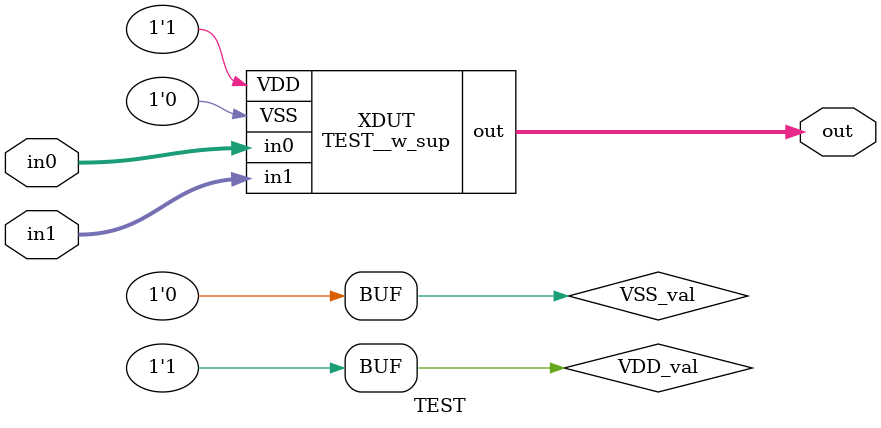
<source format=sv>
`timescale 1ps/1ps 


module pmos4_standard(
    inout  wire B,
    inout  wire D,
    inout  wire G,
    inout  wire S
);

endmodule


module cv_bus_term(
    input  wire VDD,
    input  wire VSS,
    input  wire [1:0] in,
    output wire out
);

pmos4_standard X4 (
    .B( VDD ),
    .D( out ),
    .G( in[1] ),
    .S( VSS )
);

pmos4_standard XP (
    .B( VDD ),
    .D( out ),
    .G( in[0] ),
    .S( VSS )
);

endmodule


module TEST__w_sup(
    input  wire VDD,
    input  wire VSS,
    input  wire [1:0] in0,
    input  wire [1:0] in1,
    output wire [1:0] out
);

cv_bus_term XINST_1 (
    .VDD( VDD ),
    .VSS( VSS ),
    .in( in1[1:0] ),
    .out( out[1] )
);

cv_bus_term XINST_0 (
    .VDD( VDD ),
    .VSS( VSS ),
    .in( in0[1:0] ),
    .out( out[0] )
);

endmodule


module TEST(
    input  wire [1:0] in0,
    input  wire [1:0] in1,
    output wire [1:0] out
);

wire VDD_val;
wire VSS_val;

assign VDD_val = 1'b1;
assign VSS_val = 1'b0;

TEST__w_sup XDUT (
    .VDD( VDD_val ),
    .VSS( VSS_val ),
    .in0( in0 ),
    .in1( in1 ),
    .out( out )
);

endmodule

</source>
